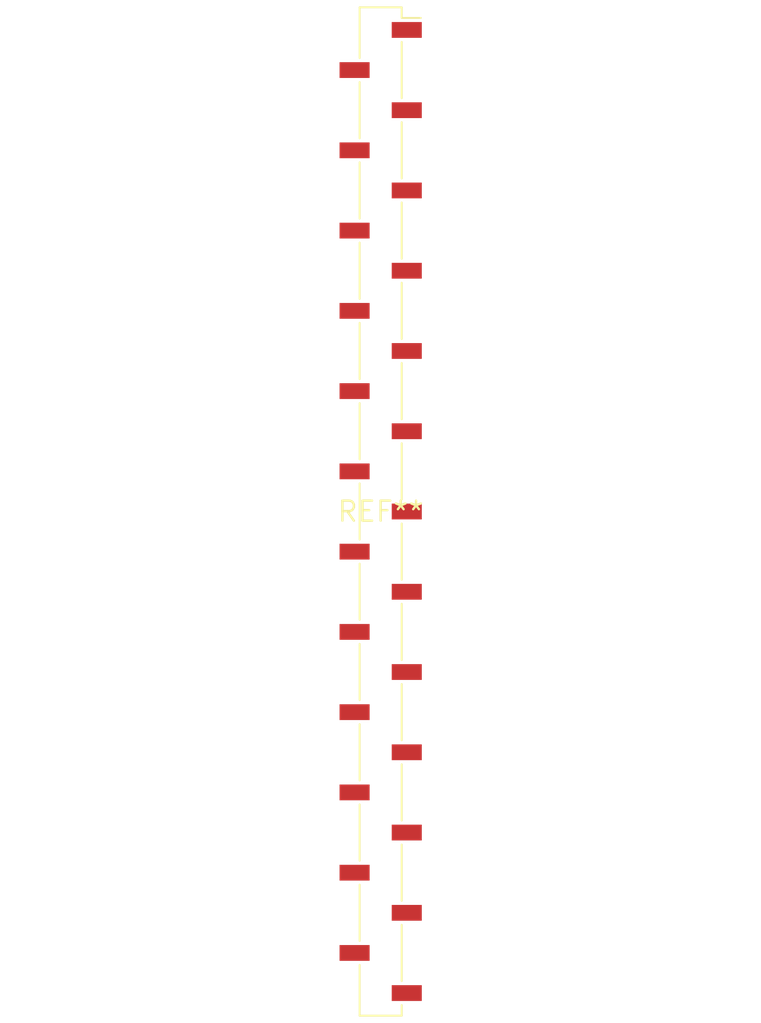
<source format=kicad_pcb>
(kicad_pcb (version 20240108) (generator pcbnew)
  (layers (0 "F.Cu" signal) (31 "B.Cu" signal) (34 "B.Paste" user) (35 "F.Paste" user) (36 "B.SilkS" user "B.Silkscreen") (37 "F.SilkS" user "F.Silkscreen") (38 "B.Mask" user) (39 "F.Mask" user) (44 "Edge.Cuts" user))
  (net 0 "")
  (footprint "PinSocket_1x25_P2.54mm_Vertical_SMD_Pin1Right" (layer "F.Cu") (at 0 0)
    (property "Reference" "REF**")
    (property "Value" "PinSocket_1x25_P2.54mm_Vertical_SMD_Pin1Right")
    (fp_line (start -1.33 -31.91) (end -1.33 -28.7) (layer "F.SilkS") (stroke (width 0.12)))
    (fp_line (start -1.33 -31.91) (end 1.33 -31.91) (layer "F.SilkS") (stroke (width 0.12)))
    (fp_line (start -1.33 -27.18) (end -1.33 -23.62) (layer "F.SilkS") (stroke (width 0.12)))
    (fp_line (start -1.33 -22.1) (end -1.33 -18.54) (layer "F.SilkS") (stroke (width 0.12)))
    (fp_line (start -1.33 -17.02) (end -1.33 -13.46) (layer "F.SilkS") (stroke (width 0.12)))
    (fp_line (start -1.33 -11.94) (end -1.33 -8.38) (layer "F.SilkS") (stroke (width 0.12)))
    (fp_line (start -1.33 -6.86) (end -1.33 -3.3) (layer "F.SilkS") (stroke (width 0.12)))
    (fp_line (start -1.33 -1.78) (end -1.33 1.78) (layer "F.SilkS") (stroke (width 0.12)))
    (fp_line (start -1.33 3.3) (end -1.33 6.86) (layer "F.SilkS") (stroke (width 0.12)))
    (fp_line (start -1.33 8.38) (end -1.33 11.94) (layer "F.SilkS") (stroke (width 0.12)))
    (fp_line (start -1.33 13.46) (end -1.33 17.02) (layer "F.SilkS") (stroke (width 0.12)))
    (fp_line (start -1.33 18.54) (end -1.33 22.1) (layer "F.SilkS") (stroke (width 0.12)))
    (fp_line (start -1.33 23.62) (end -1.33 27.18) (layer "F.SilkS") (stroke (width 0.12)))
    (fp_line (start -1.33 28.7) (end -1.33 31.91) (layer "F.SilkS") (stroke (width 0.12)))
    (fp_line (start -1.33 31.91) (end 1.33 31.91) (layer "F.SilkS") (stroke (width 0.12)))
    (fp_line (start 1.33 -31.91) (end 1.33 -31.24) (layer "F.SilkS") (stroke (width 0.12)))
    (fp_line (start 1.33 -31.24) (end 2.54 -31.24) (layer "F.SilkS") (stroke (width 0.12)))
    (fp_line (start 1.33 -29.72) (end 1.33 -26.16) (layer "F.SilkS") (stroke (width 0.12)))
    (fp_line (start 1.33 -24.64) (end 1.33 -21.08) (layer "F.SilkS") (stroke (width 0.12)))
    (fp_line (start 1.33 -19.56) (end 1.33 -16) (layer "F.SilkS") (stroke (width 0.12)))
    (fp_line (start 1.33 -14.48) (end 1.33 -10.92) (layer "F.SilkS") (stroke (width 0.12)))
    (fp_line (start 1.33 -9.4) (end 1.33 -5.84) (layer "F.SilkS") (stroke (width 0.12)))
    (fp_line (start 1.33 -4.32) (end 1.33 -0.76) (layer "F.SilkS") (stroke (width 0.12)))
    (fp_line (start 1.33 0.76) (end 1.33 4.32) (layer "F.SilkS") (stroke (width 0.12)))
    (fp_line (start 1.33 5.84) (end 1.33 9.4) (layer "F.SilkS") (stroke (width 0.12)))
    (fp_line (start 1.33 10.92) (end 1.33 14.48) (layer "F.SilkS") (stroke (width 0.12)))
    (fp_line (start 1.33 16) (end 1.33 19.56) (layer "F.SilkS") (stroke (width 0.12)))
    (fp_line (start 1.33 21.08) (end 1.33 24.64) (layer "F.SilkS") (stroke (width 0.12)))
    (fp_line (start 1.33 26.16) (end 1.33 29.72) (layer "F.SilkS") (stroke (width 0.12)))
    (fp_line (start 1.33 31.24) (end 1.33 31.91) (layer "F.SilkS") (stroke (width 0.12)))
    (pad "1" smd rect (at 1.65 -30.48) (size 1.9 1) (layers "F.Cu" "F.Paste" "F.Mask"))
    (pad "2" smd rect (at -1.65 -27.94) (size 1.9 1) (layers "F.Cu" "F.Paste" "F.Mask"))
    (pad "3" smd rect (at 1.65 -25.4) (size 1.9 1) (layers "F.Cu" "F.Paste" "F.Mask"))
    (pad "4" smd rect (at -1.65 -22.86) (size 1.9 1) (layers "F.Cu" "F.Paste" "F.Mask"))
    (pad "5" smd rect (at 1.65 -20.32) (size 1.9 1) (layers "F.Cu" "F.Paste" "F.Mask"))
    (pad "6" smd rect (at -1.65 -17.78) (size 1.9 1) (layers "F.Cu" "F.Paste" "F.Mask"))
    (pad "7" smd rect (at 1.65 -15.24) (size 1.9 1) (layers "F.Cu" "F.Paste" "F.Mask"))
    (pad "8" smd rect (at -1.65 -12.7) (size 1.9 1) (layers "F.Cu" "F.Paste" "F.Mask"))
    (pad "9" smd rect (at 1.65 -10.16) (size 1.9 1) (layers "F.Cu" "F.Paste" "F.Mask"))
    (pad "10" smd rect (at -1.65 -7.62) (size 1.9 1) (layers "F.Cu" "F.Paste" "F.Mask"))
    (pad "11" smd rect (at 1.65 -5.08) (size 1.9 1) (layers "F.Cu" "F.Paste" "F.Mask"))
    (pad "12" smd rect (at -1.65 -2.54) (size 1.9 1) (layers "F.Cu" "F.Paste" "F.Mask"))
    (pad "13" smd rect (at 1.65 0) (size 1.9 1) (layers "F.Cu" "F.Paste" "F.Mask"))
    (pad "14" smd rect (at -1.65 2.54) (size 1.9 1) (layers "F.Cu" "F.Paste" "F.Mask"))
    (pad "15" smd rect (at 1.65 5.08) (size 1.9 1) (layers "F.Cu" "F.Paste" "F.Mask"))
    (pad "16" smd rect (at -1.65 7.62) (size 1.9 1) (layers "F.Cu" "F.Paste" "F.Mask"))
    (pad "17" smd rect (at 1.65 10.16) (size 1.9 1) (layers "F.Cu" "F.Paste" "F.Mask"))
    (pad "18" smd rect (at -1.65 12.7) (size 1.9 1) (layers "F.Cu" "F.Paste" "F.Mask"))
    (pad "19" smd rect (at 1.65 15.24) (size 1.9 1) (layers "F.Cu" "F.Paste" "F.Mask"))
    (pad "20" smd rect (at -1.65 17.78) (size 1.9 1) (layers "F.Cu" "F.Paste" "F.Mask"))
    (pad "21" smd rect (at 1.65 20.32) (size 1.9 1) (layers "F.Cu" "F.Paste" "F.Mask"))
    (pad "22" smd rect (at -1.65 22.86) (size 1.9 1) (layers "F.Cu" "F.Paste" "F.Mask"))
    (pad "23" smd rect (at 1.65 25.4) (size 1.9 1) (layers "F.Cu" "F.Paste" "F.Mask"))
    (pad "24" smd rect (at -1.65 27.94) (size 1.9 1) (layers "F.Cu" "F.Paste" "F.Mask"))
    (pad "25" smd rect (at 1.65 30.48) (size 1.9 1) (layers "F.Cu" "F.Paste" "F.Mask"))
  )
)
</source>
